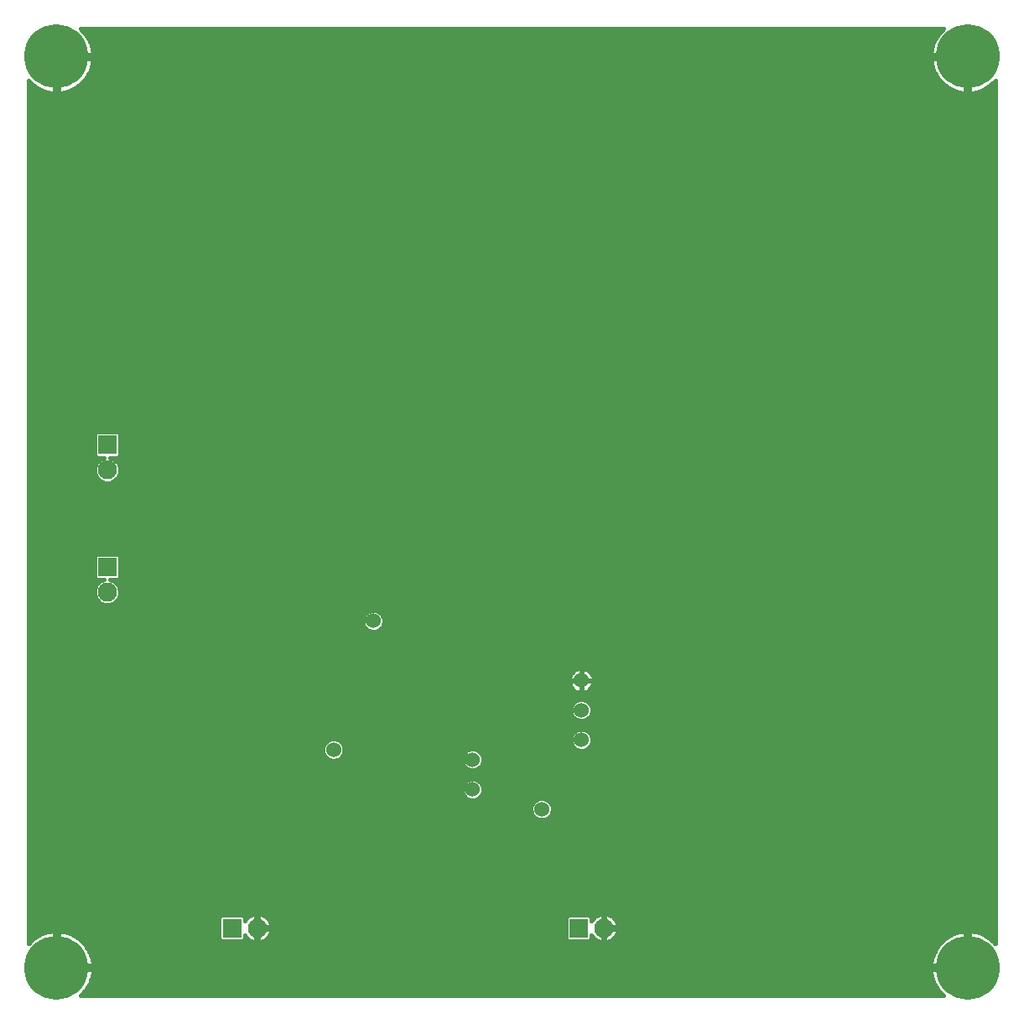
<source format=gbr>
G75*
G70*
%OFA0B0*%
%FSLAX24Y24*%
%IPPOS*%
%LPD*%
%AMOC8*
5,1,8,0,0,1.08239X$1,22.5*
%
%ADD10R,0.0768X0.0768*%
%ADD11C,0.0768*%
%ADD12C,0.2540*%
%ADD13C,0.0600*%
%ADD14C,0.0160*%
%ADD15C,0.0396*%
D10*
X008656Y003250D03*
X022435Y003250D03*
X003695Y017613D03*
X003695Y022455D03*
D11*
X003695Y021455D03*
X003695Y016613D03*
X009656Y003250D03*
X023435Y003250D03*
D12*
X001676Y001676D03*
X001676Y037896D03*
X037896Y037896D03*
X037896Y001676D03*
D13*
X022542Y010731D03*
X022542Y011912D03*
X022542Y013093D03*
X018211Y009943D03*
X018211Y008762D03*
X020967Y007975D03*
X014274Y015455D03*
X012699Y010337D03*
D14*
X012534Y010723D02*
X000581Y010723D01*
X000581Y010565D02*
X012339Y010565D01*
X012343Y010575D02*
X012279Y010421D01*
X012279Y010253D01*
X012343Y010099D01*
X012461Y009981D01*
X012616Y009917D01*
X012783Y009917D01*
X012937Y009981D01*
X013055Y010099D01*
X013119Y010253D01*
X013119Y010421D01*
X013055Y010575D01*
X012937Y010693D01*
X012783Y010757D01*
X012616Y010757D01*
X012461Y010693D01*
X012343Y010575D01*
X012279Y010406D02*
X000581Y010406D01*
X000581Y010248D02*
X012282Y010248D01*
X012353Y010089D02*
X000581Y010089D01*
X000581Y009930D02*
X012583Y009930D01*
X012815Y009930D02*
X017791Y009930D01*
X017791Y009860D02*
X017791Y010027D01*
X017855Y010181D01*
X017973Y010299D01*
X018127Y010363D01*
X018295Y010363D01*
X018449Y010299D01*
X018567Y010181D01*
X018631Y010027D01*
X018631Y009860D01*
X018567Y009705D01*
X018449Y009587D01*
X018295Y009523D01*
X018127Y009523D01*
X017973Y009587D01*
X017855Y009705D01*
X017791Y009860D01*
X017827Y009772D02*
X000581Y009772D01*
X000581Y009613D02*
X017947Y009613D01*
X018127Y009182D02*
X017973Y009118D01*
X017855Y009000D01*
X017791Y008846D01*
X017791Y008679D01*
X017855Y008524D01*
X017973Y008406D01*
X018127Y008342D01*
X018295Y008342D01*
X018449Y008406D01*
X018567Y008524D01*
X018631Y008679D01*
X018631Y008846D01*
X018567Y009000D01*
X018449Y009118D01*
X018295Y009182D01*
X018127Y009182D01*
X018020Y009138D02*
X000581Y009138D01*
X000581Y009296D02*
X038991Y009296D01*
X038991Y009138D02*
X018402Y009138D01*
X018576Y008979D02*
X038991Y008979D01*
X038991Y008821D02*
X018631Y008821D01*
X018624Y008662D02*
X038991Y008662D01*
X038991Y008504D02*
X018546Y008504D01*
X018301Y008345D02*
X020763Y008345D01*
X020729Y008331D02*
X020611Y008213D01*
X020547Y008058D01*
X020547Y007891D01*
X020611Y007737D01*
X020729Y007619D01*
X020883Y007555D01*
X021050Y007555D01*
X021205Y007619D01*
X021323Y007737D01*
X021387Y007891D01*
X021387Y008058D01*
X021323Y008213D01*
X021205Y008331D01*
X021050Y008395D01*
X020883Y008395D01*
X020729Y008331D01*
X020600Y008186D02*
X000581Y008186D01*
X000581Y008028D02*
X020547Y008028D01*
X020556Y007869D02*
X000581Y007869D01*
X000581Y007711D02*
X020637Y007711D01*
X021297Y007711D02*
X038991Y007711D01*
X038991Y007869D02*
X021378Y007869D01*
X021387Y008028D02*
X038991Y008028D01*
X038991Y008186D02*
X021334Y008186D01*
X021171Y008345D02*
X038991Y008345D01*
X038991Y007552D02*
X000581Y007552D01*
X000581Y007394D02*
X038991Y007394D01*
X038991Y007235D02*
X000581Y007235D01*
X000581Y007077D02*
X038991Y007077D01*
X038991Y006918D02*
X000581Y006918D01*
X000581Y006760D02*
X038991Y006760D01*
X038991Y006601D02*
X000581Y006601D01*
X000581Y006443D02*
X038991Y006443D01*
X038991Y006284D02*
X000581Y006284D01*
X000581Y006125D02*
X038991Y006125D01*
X038991Y005967D02*
X000581Y005967D01*
X000581Y005808D02*
X038991Y005808D01*
X038991Y005650D02*
X000581Y005650D01*
X000581Y005491D02*
X038991Y005491D01*
X038991Y005333D02*
X000581Y005333D01*
X000581Y005174D02*
X038991Y005174D01*
X038991Y005016D02*
X000581Y005016D01*
X000581Y004857D02*
X038991Y004857D01*
X038991Y004699D02*
X000581Y004699D01*
X000581Y004540D02*
X038991Y004540D01*
X038991Y004381D02*
X000581Y004381D01*
X000581Y004223D02*
X038991Y004223D01*
X038991Y004064D02*
X000581Y004064D01*
X000581Y003906D02*
X038991Y003906D01*
X038991Y003747D02*
X023709Y003747D01*
X023755Y003728D02*
X023548Y003814D01*
X023483Y003814D01*
X023483Y003299D01*
X023387Y003299D01*
X023387Y003814D01*
X023323Y003814D01*
X023116Y003728D01*
X022957Y003570D01*
X022939Y003526D01*
X022939Y003684D01*
X022869Y003754D01*
X022002Y003754D01*
X021932Y003684D01*
X021932Y002817D01*
X022002Y002747D01*
X022869Y002747D01*
X022939Y002817D01*
X022939Y002975D01*
X022957Y002931D01*
X023116Y002772D01*
X023323Y002687D01*
X023387Y002687D01*
X023387Y003202D01*
X023483Y003202D01*
X023483Y002687D01*
X023548Y002687D01*
X023755Y002772D01*
X023913Y002931D01*
X023999Y003138D01*
X023999Y003202D01*
X023484Y003202D01*
X023484Y003298D01*
X023999Y003298D01*
X023999Y003363D01*
X023913Y003570D01*
X023755Y003728D01*
X023894Y003589D02*
X038991Y003589D01*
X038991Y003430D02*
X023971Y003430D01*
X023989Y003113D02*
X037659Y003113D01*
X037705Y003126D02*
X037336Y003027D01*
X037006Y002836D01*
X036736Y002566D01*
X036545Y002235D01*
X036446Y001866D01*
X036446Y001756D01*
X037816Y001756D01*
X037816Y003126D01*
X037705Y003126D01*
X037816Y003113D02*
X037976Y003113D01*
X037976Y003126D02*
X037976Y001756D01*
X037816Y001756D01*
X037816Y001596D01*
X036446Y001596D01*
X036446Y001485D01*
X036545Y001116D01*
X036736Y000785D01*
X036940Y000581D01*
X002631Y000581D01*
X002836Y000785D01*
X003027Y001116D01*
X003126Y001485D01*
X003126Y001596D01*
X001756Y001596D01*
X001756Y001756D01*
X001596Y001756D01*
X001596Y003126D01*
X001485Y003126D01*
X001116Y003027D01*
X000785Y002836D01*
X000581Y002631D01*
X000581Y036940D01*
X000785Y036736D01*
X001116Y036545D01*
X001485Y036446D01*
X001596Y036446D01*
X001596Y037816D01*
X001756Y037816D01*
X001756Y037976D01*
X003126Y037976D01*
X003126Y038087D01*
X003027Y038456D01*
X002836Y038786D01*
X002631Y038991D01*
X036940Y038991D01*
X036736Y038786D01*
X036545Y038456D01*
X036446Y038087D01*
X036446Y037976D01*
X037816Y037976D01*
X037816Y037816D01*
X037976Y037816D01*
X037976Y036446D01*
X038087Y036446D01*
X038456Y036545D01*
X038786Y036736D01*
X038991Y036940D01*
X038991Y002631D01*
X038786Y002836D01*
X038456Y003027D01*
X038087Y003126D01*
X037976Y003126D01*
X038133Y003113D02*
X038991Y003113D01*
X038991Y002955D02*
X038581Y002955D01*
X038826Y002796D02*
X038991Y002796D01*
X038985Y002637D02*
X038991Y002637D01*
X038991Y003272D02*
X023484Y003272D01*
X023483Y003430D02*
X023387Y003430D01*
X023387Y003589D02*
X023483Y003589D01*
X023483Y003747D02*
X023387Y003747D01*
X023162Y003747D02*
X022876Y003747D01*
X022939Y003589D02*
X022976Y003589D01*
X023387Y003113D02*
X023483Y003113D01*
X023483Y002955D02*
X023387Y002955D01*
X023387Y002796D02*
X023483Y002796D01*
X023778Y002796D02*
X036966Y002796D01*
X036807Y002637D02*
X002764Y002637D01*
X002836Y002566D02*
X002566Y002836D01*
X002235Y003027D01*
X001866Y003126D01*
X001756Y003126D01*
X001756Y001756D01*
X003126Y001756D01*
X003126Y001866D01*
X003027Y002235D01*
X002836Y002566D01*
X002886Y002479D02*
X036686Y002479D01*
X036594Y002320D02*
X002978Y002320D01*
X003046Y002162D02*
X036525Y002162D01*
X036483Y002003D02*
X003089Y002003D01*
X003126Y001845D02*
X036446Y001845D01*
X036446Y001528D02*
X003126Y001528D01*
X003095Y001369D02*
X036477Y001369D01*
X036519Y001211D02*
X003052Y001211D01*
X002990Y001052D02*
X036582Y001052D01*
X036673Y000894D02*
X002898Y000894D01*
X002786Y000735D02*
X036786Y000735D01*
X037816Y001686D02*
X001756Y001686D01*
X001756Y001845D02*
X001596Y001845D01*
X001596Y002003D02*
X001756Y002003D01*
X001756Y002162D02*
X001596Y002162D01*
X001596Y002320D02*
X001756Y002320D01*
X001756Y002479D02*
X001596Y002479D01*
X001596Y002637D02*
X001756Y002637D01*
X001756Y002796D02*
X001596Y002796D01*
X001596Y002955D02*
X001756Y002955D01*
X001756Y003113D02*
X001596Y003113D01*
X001438Y003113D02*
X000581Y003113D01*
X000581Y002955D02*
X000991Y002955D01*
X000745Y002796D02*
X000581Y002796D01*
X000581Y002637D02*
X000587Y002637D01*
X000581Y003272D02*
X008152Y003272D01*
X008152Y003430D02*
X000581Y003430D01*
X000581Y003589D02*
X008152Y003589D01*
X008152Y003684D02*
X008152Y002817D01*
X008222Y002747D01*
X009089Y002747D01*
X009160Y002817D01*
X009160Y002975D01*
X009178Y002931D01*
X009336Y002772D01*
X009544Y002687D01*
X009608Y002687D01*
X009608Y003202D01*
X009704Y003202D01*
X009704Y002687D01*
X009768Y002687D01*
X009975Y002772D01*
X010134Y002931D01*
X010220Y003138D01*
X010220Y003202D01*
X009704Y003202D01*
X009704Y003298D01*
X010220Y003298D01*
X010220Y003363D01*
X010134Y003570D01*
X009975Y003728D01*
X009768Y003814D01*
X009704Y003814D01*
X009704Y003299D01*
X009608Y003299D01*
X009608Y003814D01*
X009544Y003814D01*
X009336Y003728D01*
X009178Y003570D01*
X009160Y003526D01*
X009160Y003684D01*
X009089Y003754D01*
X008222Y003754D01*
X008152Y003684D01*
X008215Y003747D02*
X000581Y003747D01*
X001913Y003113D02*
X008152Y003113D01*
X008152Y002955D02*
X002360Y002955D01*
X002606Y002796D02*
X008173Y002796D01*
X009096Y003747D02*
X009382Y003747D01*
X009608Y003747D02*
X009704Y003747D01*
X009704Y003589D02*
X009608Y003589D01*
X009608Y003430D02*
X009704Y003430D01*
X009704Y003272D02*
X021932Y003272D01*
X021932Y003430D02*
X010192Y003430D01*
X010115Y003589D02*
X021932Y003589D01*
X021995Y003747D02*
X009930Y003747D01*
X009704Y003113D02*
X009608Y003113D01*
X009608Y002955D02*
X009704Y002955D01*
X009704Y002796D02*
X009608Y002796D01*
X009313Y002796D02*
X009139Y002796D01*
X009160Y002955D02*
X009168Y002955D01*
X009160Y003589D02*
X009197Y003589D01*
X010209Y003113D02*
X021932Y003113D01*
X021932Y002955D02*
X010144Y002955D01*
X009999Y002796D02*
X021952Y002796D01*
X022918Y002796D02*
X023092Y002796D01*
X022948Y002955D02*
X022939Y002955D01*
X023923Y002955D02*
X037211Y002955D01*
X037816Y002955D02*
X037976Y002955D01*
X037976Y002796D02*
X037816Y002796D01*
X037816Y002637D02*
X037976Y002637D01*
X037976Y002479D02*
X037816Y002479D01*
X037816Y002320D02*
X037976Y002320D01*
X037976Y002162D02*
X037816Y002162D01*
X037816Y002003D02*
X037976Y002003D01*
X037976Y001845D02*
X037816Y001845D01*
X038991Y009455D02*
X000581Y009455D01*
X000581Y008979D02*
X017846Y008979D01*
X017791Y008821D02*
X000581Y008821D01*
X000581Y008662D02*
X017798Y008662D01*
X017876Y008504D02*
X000581Y008504D01*
X000581Y008345D02*
X018121Y008345D01*
X018475Y009613D02*
X038991Y009613D01*
X038991Y009772D02*
X018595Y009772D01*
X018631Y009930D02*
X038991Y009930D01*
X038991Y010089D02*
X018605Y010089D01*
X018501Y010248D02*
X038991Y010248D01*
X038991Y010406D02*
X022811Y010406D01*
X022780Y010375D02*
X022898Y010493D01*
X022962Y010647D01*
X022962Y010814D01*
X022898Y010969D01*
X022780Y011087D01*
X022625Y011151D01*
X022458Y011151D01*
X022304Y011087D01*
X022186Y010969D01*
X022122Y010814D01*
X022122Y010647D01*
X022186Y010493D01*
X022304Y010375D01*
X022458Y010311D01*
X022625Y010311D01*
X022780Y010375D01*
X022928Y010565D02*
X038991Y010565D01*
X038991Y010723D02*
X022962Y010723D01*
X022934Y010882D02*
X038991Y010882D01*
X038991Y011040D02*
X022826Y011040D01*
X022257Y011040D02*
X000581Y011040D01*
X000581Y010882D02*
X022150Y010882D01*
X022122Y010723D02*
X012864Y010723D01*
X013059Y010565D02*
X022156Y010565D01*
X022272Y010406D02*
X013119Y010406D01*
X013117Y010248D02*
X017921Y010248D01*
X017817Y010089D02*
X013045Y010089D01*
X014190Y015035D02*
X014358Y015035D01*
X014512Y015099D01*
X014630Y015217D01*
X014694Y015372D01*
X014694Y015539D01*
X014630Y015693D01*
X014512Y015811D01*
X014358Y015875D01*
X014190Y015875D01*
X014036Y015811D01*
X013918Y015693D01*
X013854Y015539D01*
X013854Y015372D01*
X013918Y015217D01*
X014036Y015099D01*
X014190Y015035D01*
X013973Y015162D02*
X000581Y015162D01*
X000581Y015004D02*
X038991Y015004D01*
X038991Y015162D02*
X014575Y015162D01*
X014673Y015321D02*
X038991Y015321D01*
X038991Y015479D02*
X014694Y015479D01*
X014653Y015638D02*
X038991Y015638D01*
X038991Y015797D02*
X014526Y015797D01*
X014022Y015797D02*
X000581Y015797D01*
X000581Y015955D02*
X038991Y015955D01*
X038991Y016114D02*
X003807Y016114D01*
X003795Y016109D02*
X003981Y016185D01*
X004122Y016327D01*
X004199Y016512D01*
X004199Y016713D01*
X004122Y016898D01*
X003981Y017040D01*
X003814Y017109D01*
X004129Y017109D01*
X004199Y017179D01*
X004199Y018046D01*
X004129Y018116D01*
X003262Y018116D01*
X003191Y018046D01*
X003191Y017179D01*
X003262Y017109D01*
X003577Y017109D01*
X003410Y017040D01*
X003268Y016898D01*
X003191Y016713D01*
X003191Y016512D01*
X003268Y016327D01*
X003410Y016185D01*
X003595Y016109D01*
X003795Y016109D01*
X003583Y016114D02*
X000581Y016114D01*
X000581Y016272D02*
X003323Y016272D01*
X003225Y016431D02*
X000581Y016431D01*
X000581Y016589D02*
X003191Y016589D01*
X003206Y016748D02*
X000581Y016748D01*
X000581Y016906D02*
X003276Y016906D01*
X003471Y017065D02*
X000581Y017065D01*
X000581Y017223D02*
X003191Y017223D01*
X003191Y017382D02*
X000581Y017382D01*
X000581Y017541D02*
X003191Y017541D01*
X003191Y017699D02*
X000581Y017699D01*
X000581Y017858D02*
X003191Y017858D01*
X003191Y018016D02*
X000581Y018016D01*
X000581Y018175D02*
X038991Y018175D01*
X038991Y018333D02*
X000581Y018333D01*
X000581Y018492D02*
X038991Y018492D01*
X038991Y018650D02*
X000581Y018650D01*
X000581Y018809D02*
X038991Y018809D01*
X038991Y018967D02*
X000581Y018967D01*
X000581Y019126D02*
X038991Y019126D01*
X038991Y019285D02*
X000581Y019285D01*
X000581Y019443D02*
X038991Y019443D01*
X038991Y019602D02*
X000581Y019602D01*
X000581Y019760D02*
X038991Y019760D01*
X038991Y019919D02*
X000581Y019919D01*
X000581Y020077D02*
X038991Y020077D01*
X038991Y020236D02*
X000581Y020236D01*
X000581Y020394D02*
X038991Y020394D01*
X038991Y020553D02*
X000581Y020553D01*
X000581Y020711D02*
X038991Y020711D01*
X038991Y020870D02*
X000581Y020870D01*
X000581Y021029D02*
X003409Y021029D01*
X003410Y021028D02*
X003595Y020951D01*
X003795Y020951D01*
X003981Y021028D01*
X004122Y021170D01*
X004199Y021355D01*
X004199Y021555D01*
X004122Y021741D01*
X003981Y021882D01*
X003814Y021951D01*
X004129Y021951D01*
X004199Y022022D01*
X004199Y022889D01*
X004129Y022959D01*
X003262Y022959D01*
X003191Y022889D01*
X003191Y022022D01*
X003262Y021951D01*
X003577Y021951D01*
X003410Y021882D01*
X003268Y021741D01*
X003191Y021555D01*
X003191Y021355D01*
X003268Y021170D01*
X003410Y021028D01*
X003261Y021187D02*
X000581Y021187D01*
X000581Y021346D02*
X003195Y021346D01*
X003191Y021504D02*
X000581Y021504D01*
X000581Y021663D02*
X003236Y021663D01*
X003349Y021821D02*
X000581Y021821D01*
X000581Y021980D02*
X003233Y021980D01*
X003191Y022138D02*
X000581Y022138D01*
X000581Y022297D02*
X003191Y022297D01*
X003191Y022455D02*
X000581Y022455D01*
X000581Y022614D02*
X003191Y022614D01*
X003191Y022772D02*
X000581Y022772D01*
X000581Y022931D02*
X003234Y022931D01*
X004157Y022931D02*
X038991Y022931D01*
X038991Y022772D02*
X004199Y022772D01*
X004199Y022614D02*
X038991Y022614D01*
X038991Y022455D02*
X004199Y022455D01*
X004199Y022297D02*
X038991Y022297D01*
X038991Y022138D02*
X004199Y022138D01*
X004157Y021980D02*
X038991Y021980D01*
X038991Y021821D02*
X004042Y021821D01*
X004155Y021663D02*
X038991Y021663D01*
X038991Y021504D02*
X004199Y021504D01*
X004195Y021346D02*
X038991Y021346D01*
X038991Y021187D02*
X004130Y021187D01*
X003981Y021029D02*
X038991Y021029D01*
X038991Y023090D02*
X000581Y023090D01*
X000581Y023248D02*
X038991Y023248D01*
X038991Y023407D02*
X000581Y023407D01*
X000581Y023565D02*
X038991Y023565D01*
X038991Y023724D02*
X000581Y023724D01*
X000581Y023882D02*
X038991Y023882D01*
X038991Y024041D02*
X000581Y024041D01*
X000581Y024199D02*
X038991Y024199D01*
X038991Y024358D02*
X000581Y024358D01*
X000581Y024516D02*
X038991Y024516D01*
X038991Y024675D02*
X000581Y024675D01*
X000581Y024834D02*
X038991Y024834D01*
X038991Y024992D02*
X000581Y024992D01*
X000581Y025151D02*
X038991Y025151D01*
X038991Y025309D02*
X000581Y025309D01*
X000581Y025468D02*
X038991Y025468D01*
X038991Y025626D02*
X000581Y025626D01*
X000581Y025785D02*
X038991Y025785D01*
X038991Y025943D02*
X000581Y025943D01*
X000581Y026102D02*
X038991Y026102D01*
X038991Y026260D02*
X000581Y026260D01*
X000581Y026419D02*
X038991Y026419D01*
X038991Y026578D02*
X000581Y026578D01*
X000581Y026736D02*
X038991Y026736D01*
X038991Y026895D02*
X000581Y026895D01*
X000581Y027053D02*
X038991Y027053D01*
X038991Y027212D02*
X000581Y027212D01*
X000581Y027370D02*
X038991Y027370D01*
X038991Y027529D02*
X000581Y027529D01*
X000581Y027687D02*
X038991Y027687D01*
X038991Y027846D02*
X000581Y027846D01*
X000581Y028004D02*
X038991Y028004D01*
X038991Y028163D02*
X000581Y028163D01*
X000581Y028321D02*
X038991Y028321D01*
X038991Y028480D02*
X000581Y028480D01*
X000581Y028639D02*
X038991Y028639D01*
X038991Y028797D02*
X000581Y028797D01*
X000581Y028956D02*
X038991Y028956D01*
X038991Y029114D02*
X000581Y029114D01*
X000581Y029273D02*
X038991Y029273D01*
X038991Y029431D02*
X000581Y029431D01*
X000581Y029590D02*
X038991Y029590D01*
X038991Y029748D02*
X000581Y029748D01*
X000581Y029907D02*
X038991Y029907D01*
X038991Y030065D02*
X000581Y030065D01*
X000581Y030224D02*
X038991Y030224D01*
X038991Y030383D02*
X000581Y030383D01*
X000581Y030541D02*
X038991Y030541D01*
X038991Y030700D02*
X000581Y030700D01*
X000581Y030858D02*
X038991Y030858D01*
X038991Y031017D02*
X000581Y031017D01*
X000581Y031175D02*
X038991Y031175D01*
X038991Y031334D02*
X000581Y031334D01*
X000581Y031492D02*
X038991Y031492D01*
X038991Y031651D02*
X000581Y031651D01*
X000581Y031809D02*
X038991Y031809D01*
X038991Y031968D02*
X000581Y031968D01*
X000581Y032127D02*
X038991Y032127D01*
X038991Y032285D02*
X000581Y032285D01*
X000581Y032444D02*
X038991Y032444D01*
X038991Y032602D02*
X000581Y032602D01*
X000581Y032761D02*
X038991Y032761D01*
X038991Y032919D02*
X000581Y032919D01*
X000581Y033078D02*
X038991Y033078D01*
X038991Y033236D02*
X000581Y033236D01*
X000581Y033395D02*
X038991Y033395D01*
X038991Y033553D02*
X000581Y033553D01*
X000581Y033712D02*
X038991Y033712D01*
X038991Y033871D02*
X000581Y033871D01*
X000581Y034029D02*
X038991Y034029D01*
X038991Y034188D02*
X000581Y034188D01*
X000581Y034346D02*
X038991Y034346D01*
X038991Y034505D02*
X000581Y034505D01*
X000581Y034663D02*
X038991Y034663D01*
X038991Y034822D02*
X000581Y034822D01*
X000581Y034980D02*
X038991Y034980D01*
X038991Y035139D02*
X000581Y035139D01*
X000581Y035297D02*
X038991Y035297D01*
X038991Y035456D02*
X000581Y035456D01*
X000581Y035614D02*
X038991Y035614D01*
X038991Y035773D02*
X000581Y035773D01*
X000581Y035932D02*
X038991Y035932D01*
X038991Y036090D02*
X000581Y036090D01*
X000581Y036249D02*
X038991Y036249D01*
X038991Y036407D02*
X000581Y036407D01*
X000581Y036566D02*
X001080Y036566D01*
X000805Y036724D02*
X000581Y036724D01*
X000581Y036883D02*
X000638Y036883D01*
X001596Y036883D02*
X001756Y036883D01*
X001756Y037041D02*
X001596Y037041D01*
X001596Y037200D02*
X001756Y037200D01*
X001756Y037358D02*
X001596Y037358D01*
X001596Y037517D02*
X001756Y037517D01*
X001756Y037676D02*
X001596Y037676D01*
X001756Y037816D02*
X001756Y036446D01*
X001866Y036446D01*
X002235Y036545D01*
X002566Y036736D01*
X002836Y037006D01*
X003027Y037336D01*
X003126Y037705D01*
X003126Y037816D01*
X001756Y037816D01*
X001756Y037834D02*
X037816Y037834D01*
X037816Y037816D02*
X036446Y037816D01*
X036446Y037705D01*
X036545Y037336D01*
X036736Y037006D01*
X037006Y036736D01*
X037336Y036545D01*
X037705Y036446D01*
X037816Y036446D01*
X037816Y037816D01*
X037816Y037676D02*
X037976Y037676D01*
X037976Y037517D02*
X037816Y037517D01*
X037816Y037358D02*
X037976Y037358D01*
X037976Y037200D02*
X037816Y037200D01*
X037816Y037041D02*
X037976Y037041D01*
X037976Y036883D02*
X037816Y036883D01*
X037816Y036724D02*
X037976Y036724D01*
X037976Y036566D02*
X037816Y036566D01*
X037300Y036566D02*
X002271Y036566D01*
X002546Y036724D02*
X037026Y036724D01*
X036859Y036883D02*
X002713Y036883D01*
X002856Y037041D02*
X036715Y037041D01*
X036624Y037200D02*
X002948Y037200D01*
X003033Y037358D02*
X036539Y037358D01*
X036496Y037517D02*
X003075Y037517D01*
X003118Y037676D02*
X036454Y037676D01*
X036446Y037993D02*
X003126Y037993D01*
X003108Y038151D02*
X036463Y038151D01*
X036506Y038310D02*
X003066Y038310D01*
X003019Y038468D02*
X036552Y038468D01*
X036644Y038627D02*
X002928Y038627D01*
X002836Y038785D02*
X036735Y038785D01*
X036893Y038944D02*
X002678Y038944D01*
X001756Y036724D02*
X001596Y036724D01*
X001596Y036566D02*
X001756Y036566D01*
X004199Y018016D02*
X038991Y018016D01*
X038991Y017858D02*
X004199Y017858D01*
X004199Y017699D02*
X038991Y017699D01*
X038991Y017541D02*
X004199Y017541D01*
X004199Y017382D02*
X038991Y017382D01*
X038991Y017223D02*
X004199Y017223D01*
X003920Y017065D02*
X038991Y017065D01*
X038991Y016906D02*
X004114Y016906D01*
X004185Y016748D02*
X038991Y016748D01*
X038991Y016589D02*
X004199Y016589D01*
X004165Y016431D02*
X038991Y016431D01*
X038991Y016272D02*
X004067Y016272D01*
X000581Y015638D02*
X013895Y015638D01*
X013854Y015479D02*
X000581Y015479D01*
X000581Y015321D02*
X013875Y015321D01*
X022062Y013188D02*
X022062Y013113D01*
X022521Y013113D01*
X022521Y013073D01*
X022062Y013073D01*
X022062Y012997D01*
X022135Y012821D01*
X022270Y012686D01*
X022446Y012613D01*
X022522Y012613D01*
X022522Y013073D01*
X022562Y013073D01*
X022562Y013113D01*
X023022Y013113D01*
X023022Y013188D01*
X022949Y013365D01*
X022814Y013500D01*
X022637Y013573D01*
X022562Y013573D01*
X022562Y013113D01*
X022522Y013113D01*
X022522Y013573D01*
X022446Y013573D01*
X022270Y013500D01*
X022135Y013365D01*
X022062Y013188D01*
X022091Y013260D02*
X000581Y013260D01*
X000581Y013418D02*
X022188Y013418D01*
X022522Y013418D02*
X022562Y013418D01*
X022562Y013260D02*
X022522Y013260D01*
X022521Y013101D02*
X000581Y013101D01*
X000581Y012943D02*
X022084Y012943D01*
X022172Y012784D02*
X000581Y012784D01*
X000581Y012626D02*
X022415Y012626D01*
X022522Y012626D02*
X022562Y012626D01*
X022562Y012613D02*
X022637Y012613D01*
X022814Y012686D01*
X022949Y012821D01*
X023022Y012997D01*
X023022Y013073D01*
X022562Y013073D01*
X022562Y012613D01*
X022668Y012626D02*
X038991Y012626D01*
X038991Y012784D02*
X022912Y012784D01*
X022999Y012943D02*
X038991Y012943D01*
X038991Y013101D02*
X022562Y013101D01*
X022562Y012943D02*
X022522Y012943D01*
X022522Y012784D02*
X022562Y012784D01*
X022625Y012332D02*
X022458Y012332D01*
X022304Y012268D01*
X022186Y012150D01*
X000581Y012150D01*
X000581Y011992D02*
X022122Y011992D01*
X022122Y011995D02*
X022122Y011828D01*
X022186Y011674D01*
X022304Y011556D01*
X022458Y011492D01*
X022625Y011492D01*
X022780Y011556D01*
X022898Y011674D01*
X022962Y011828D01*
X022962Y011995D01*
X022898Y012150D01*
X022780Y012268D01*
X022625Y012332D01*
X022681Y012309D02*
X038991Y012309D01*
X038991Y012467D02*
X000581Y012467D01*
X000581Y012309D02*
X022402Y012309D01*
X022186Y012150D02*
X022122Y011995D01*
X022122Y011833D02*
X000581Y011833D01*
X000581Y011674D02*
X022185Y011674D01*
X022400Y011516D02*
X000581Y011516D01*
X000581Y011357D02*
X038991Y011357D01*
X038991Y011199D02*
X000581Y011199D01*
X000581Y013577D02*
X038991Y013577D01*
X038991Y013736D02*
X000581Y013736D01*
X000581Y013894D02*
X038991Y013894D01*
X038991Y014053D02*
X000581Y014053D01*
X000581Y014211D02*
X038991Y014211D01*
X038991Y014370D02*
X000581Y014370D01*
X000581Y014528D02*
X038991Y014528D01*
X038991Y014687D02*
X000581Y014687D01*
X000581Y014845D02*
X038991Y014845D01*
X038991Y013418D02*
X022895Y013418D01*
X022992Y013260D02*
X038991Y013260D01*
X038991Y012150D02*
X022897Y012150D01*
X022962Y011992D02*
X038991Y011992D01*
X038991Y011833D02*
X022962Y011833D01*
X022898Y011674D02*
X038991Y011674D01*
X038991Y011516D02*
X022683Y011516D01*
X038492Y036566D02*
X038991Y036566D01*
X038991Y036724D02*
X038766Y036724D01*
X038933Y036883D02*
X038991Y036883D01*
D15*
X021361Y012699D03*
X019786Y012109D03*
X020573Y009943D03*
X020081Y008959D03*
X025298Y007581D03*
X025298Y006794D03*
X007187Y014668D03*
X011912Y025298D03*
M02*

</source>
